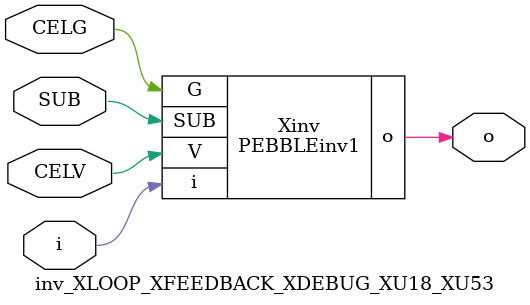
<source format=v>



module PEBBLEinv1 ( o, G, SUB, V, i );

  input V;
  input i;
  input G;
  output o;
  input SUB;
endmodule

//Celera Confidential Do Not Copy inv_XLOOP_XFEEDBACK_XDEBUG_XU18_XU53
//Celera Confidential Symbol Generator
//5V Inverter
module inv_XLOOP_XFEEDBACK_XDEBUG_XU18_XU53 (CELV,CELG,i,o,SUB);
input CELV;
input CELG;
input i;
input SUB;
output o;

//Celera Confidential Do Not Copy inv
PEBBLEinv1 Xinv(
.V (CELV),
.i (i),
.o (o),
.SUB (SUB),
.G (CELG)
);
//,diesize,PEBBLEinv1

//Celera Confidential Do Not Copy Module End
//Celera Schematic Generator
endmodule

</source>
